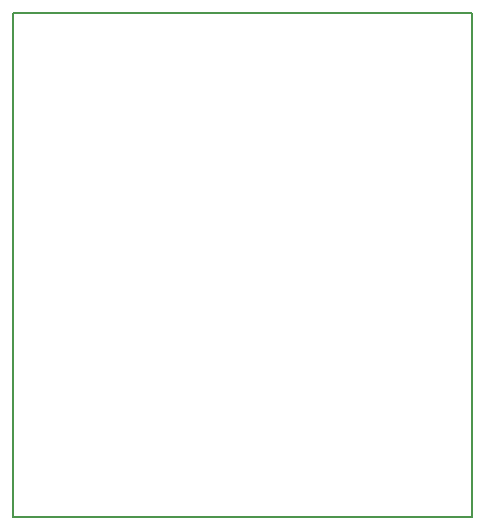
<source format=gbr>
G04 #@! TF.GenerationSoftware,KiCad,Pcbnew,(5.0.1)-3*
G04 #@! TF.CreationDate,2020-02-22T10:46:56-05:00*
G04 #@! TF.ProjectId,fill_sensing,66696C6C5F73656E73696E672E6B6963,rev?*
G04 #@! TF.SameCoordinates,Original*
G04 #@! TF.FileFunction,Profile,NP*
%FSLAX46Y46*%
G04 Gerber Fmt 4.6, Leading zero omitted, Abs format (unit mm)*
G04 Created by KiCad (PCBNEW (5.0.1)-3) date 2020-02-22 10:46:56 AM*
%MOMM*%
%LPD*%
G01*
G04 APERTURE LIST*
%ADD10C,0.150000*%
%ADD11C,0.200000*%
G04 APERTURE END LIST*
D10*
X139954000Y-107442000D02*
X139954000Y-64770000D01*
X101092000Y-107442000D02*
X139954000Y-107442000D01*
X101092000Y-64770000D02*
X101092000Y-107442000D01*
D11*
X101092000Y-64770000D02*
X139954000Y-64770000D01*
M02*

</source>
